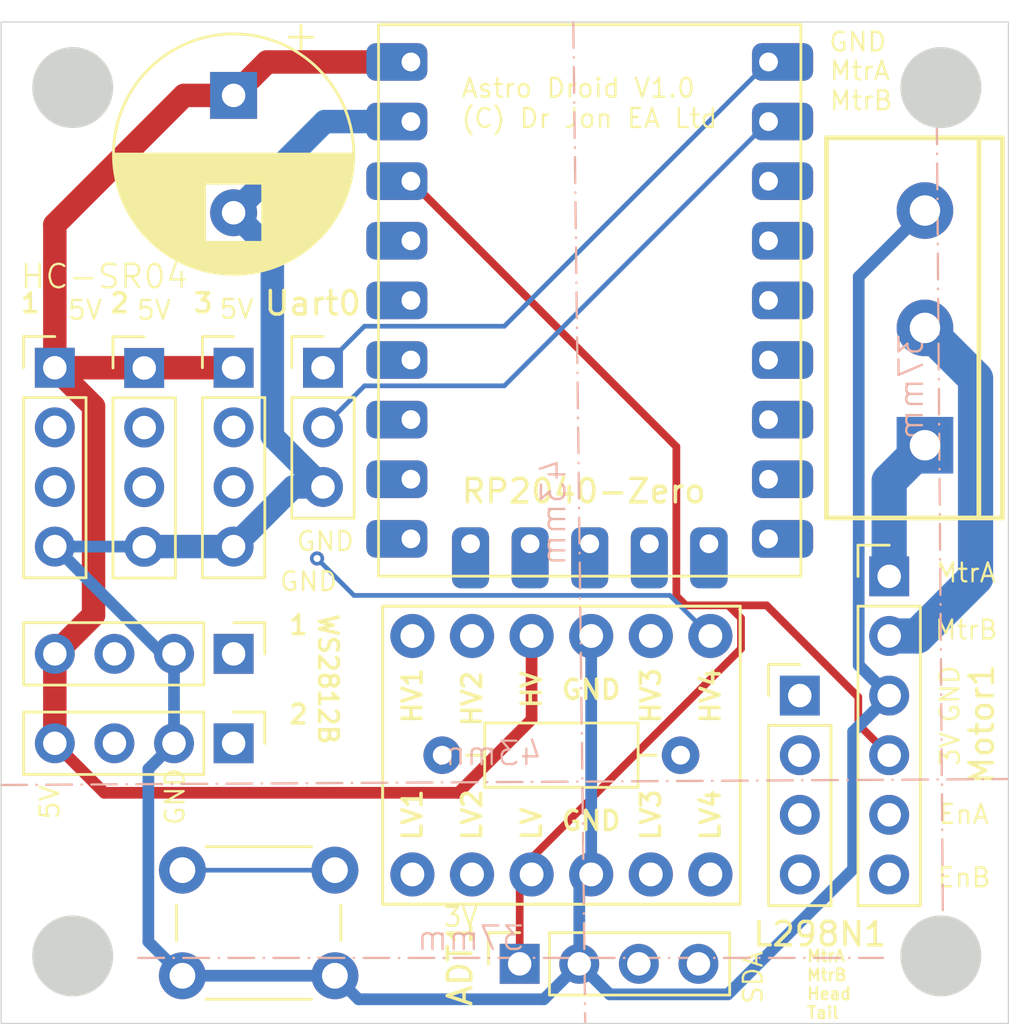
<source format=kicad_pcb>
(kicad_pcb (version 20240108) (generator "pcbnew") (generator_version "8.0")
  (layers (0 "F.Cu" signal) (1 "In1.Cu" signal) (2 "In2.Cu" signal) (31 "B.Cu" signal) (34 "B.Paste" user) (35 "F.Paste" user) (36 "B.SilkS" user "B.Silkscreen") (37 "F.SilkS" user "F.Silkscreen") (38 "B.Mask" user) (39 "F.Mask" user) (44 "Edge.Cuts" user))
  (net 0 "")
  (net 1 "/SDA")
  (net 2 "+3V3")
  (net 3 "/SCL")
  (net 4 "/Echo-3")
  (net 5 "/WS2812B")
  (net 6 "/Echo-1")
  (net 7 "+5V")
  (net 8 "/Echo-HV-3")
  (net 9 "/Echo-2")
  (net 10 "/EncA")
  (net 11 "/EncB")
  (net 12 "GND")
  (net 13 "/Echo-HV-1")
  (net 15 "Net-(J3-TX)")
  (net 16 "Net-(J3-RX)")
  (net 17 "/Taillight")
  (net 18 "/MtrA")
  (net 19 "/Headlight")
  (net 20 "/MtrB")
  (net 21 "Net-(J2-MtrPwrB)")
  (net 22 "Net-(J2-Mtr_PwrA)")
  (net 23 "/sw")
  (net 25 "/Echo-HV-2")
  (net 26 "Net-(B1-HV_TXO_1)")
  (net 27 "/Trigger-1")
  (net 28 "/Trigger-2")
  (net 29 "/Trigger-3")
  (net 30 "Net-(WS2812B-1-In)")
  (net 31 "Net-(WS2812B-1-Out)")
  (net 32 "Net-(WS2812B-2-Out)")
  (footprint "SparkFunBoards:SPARKFUN_LOGIC_LEVEL_CONVERTER" (layer "F.Cu") (at 92.964 84.836 90)
    (property "Reference" "B1" (hide yes))
    (property "Value" "SPARKFUN_LOGIC_LEVEL_CONVERTER" (hide yes))
    (fp_line (start 6.35 -7.62) (end 6.35 7.62) (stroke (width 0.127)) (layer "F.SilkS"))
    (fp_line (start -6.35 -7.62) (end 6.35 -7.62) (stroke (width 0.127)) (layer "F.SilkS"))
    (fp_line (start 6.35 7.62) (end -6.35 7.62) (stroke (width 0.127)) (layer "F.SilkS"))
    (fp_line (start -6.35 7.62) (end -6.35 -7.62) (stroke (width 0.127)) (layer "F.SilkS"))
    (fp_text user "HV3" (at 2.54 3.81 90) (layer "F.SilkS") (effects (font (size 0.8128 0.8128) (thickness 0.1524))))
    (fp_text user "HV1" (at 2.54 -6.35 90) (layer "F.SilkS") (effects (font (size 0.8128 0.8128) (thickness 0.1524))))
    (fp_text user "LV2" (at -2.54 -3.81 90) (layer "F.SilkS") (effects (font (size 0.8128 0.8128) (thickness 0.1524))))
    (fp_text user "HV2" (at 2.413 -3.81 90) (layer "F.SilkS") (effects (font (size 0.8128 0.8128) (thickness 0.1524))))
    (fp_text user "HV4" (at 2.54 6.35 90) (layer "F.SilkS") (effects (font (size 0.8128 0.8128) (thickness 0.1524))))
    (fp_text user "LV1" (at -2.54 -6.35 90) (layer "F.SilkS") (effects (font (size 0.8128 0.8128) (thickness 0.1524))))
    (fp_text user "GND" (at -2.794 1.27 180) (layer "F.SilkS") (effects (font (size 0.8128 0.8128) (thickness 0.1524))))
    (fp_text user "LV" (at -2.921 -1.27 90) (layer "F.SilkS") (effects (font (size 0.8128 0.8128) (thickness 0.1524))))
    (fp_text user "GND" (at 2.794 1.27 180) (layer "F.SilkS") (effects (font (size 0.8128 0.8128) (thickness 0.1524))))
    (fp_text user "LV4" (at -2.54 6.35 90) (layer "F.SilkS") (effects (font (size 0.8128 0.8128) (thickness 0.1524))))
    (fp_text user "LV3" (at -2.54 3.81 90) (layer "F.SilkS") (effects (font (size 0.8128 0.8128) (thickness 0.1524))))
    (fp_text user "HV" (at 2.794 -1.27 90) (layer "F.SilkS") (effects (font (size 0.8128 0.8128) (thickness 0.1524))))
    (pad "GND1" thru_hole circle (at -5.08 1.27 90) (size 1.8796 1.8796) (drill 1.016) (layers "*.Cu" "*.Mask") (net 12 "GND"))
    (pad "GND2" thru_hole circle (at 5.08 1.27 90) (size 1.8796 1.8796) (drill 1.016) (layers "*.Cu" "*.Mask") (net 12 "GND"))
    (pad "HV" thru_hole circle (at 5.08 -1.27 90) (size 1.8796 1.8796) (drill 1.016) (layers "*.Cu" "*.Mask") (net 7 "+5V"))
    (pad "HV1" thru_hole circle (at 5.08 -6.35 90) (size 1.8796 1.8796) (drill 1.016) (layers "*.Cu" "*.Mask") (net 26 "Net-(B1-HV_TXO_1)"))
    (pad "HV2" thru_hole circle (at 5.08 -3.81 90) (size 1.8796 1.8796) (drill 1.016) (layers "*.Cu" "*.Mask") (net 13 "/Echo-HV-1"))
    (pad "HV3" thru_hole circle (at 5.08 3.81 90) (size 1.8796 1.8796) (drill 1.016) (layers "*.Cu" "*.Mask") (net 25 "/Echo-HV-2"))
    (pad "HV4" thru_hole circle (at 5.08 6.35 90) (size 1.8796 1.8796) (drill 1.016) (layers "*.Cu" "*.Mask") (net 8 "/Echo-HV-3"))
    (pad "LV" thru_hole circle (at -5.08 -1.27 90) (size 1.8796 1.8796) (drill 1.016) (layers "*.Cu" "*.Mask") (net 2 "+3V3"))
    (pad "LV1" thru_hole circle (at -5.08 -6.35 90) (size 1.8796 1.8796) (drill 1.016) (layers "*.Cu" "*.Mask") (net 5 "/WS2812B"))
    (pad "LV2" thru_hole circle (at -5.08 -3.81 90) (size 1.8796 1.8796) (drill 1.016) (layers "*.Cu" "*.Mask") (net 6 "/Echo-1"))
    (pad "LV3" thru_hole circle (at -5.08 3.81 90) (size 1.8796 1.8796) (drill 1.016) (layers "*.Cu" "*.Mask") (net 9 "/Echo-2"))
    (pad "LV4" thru_hole circle (at -5.08 6.35 90) (size 1.8796 1.8796) (drill 1.016) (layers "*.Cu" "*.Mask") (net 4 "/Echo-3"))
  )
  (footprint "Connector_PinHeader_2.54mm:PinHeader_1x04_P2.54mm_Vertical" (layer "F.Cu") (at 71.374 68.326)
    (property "Reference" "HCSR04-1" (hide yes))
    (property "Value" "Conn_01x04_Pin" (hide yes))
    (fp_line (start -1.33 -1.33) (end 0 -1.33) (stroke (width 0.12)) (layer "F.SilkS"))
    (fp_line (start -1.33 0) (end -1.33 -1.33) (stroke (width 0.12)) (layer "F.SilkS"))
    (fp_line (start -1.33 1.27) (end -1.33 8.95) (stroke (width 0.12)) (layer "F.SilkS"))
    (fp_line (start -1.33 1.27) (end 1.33 1.27) (stroke (width 0.12)) (layer "F.SilkS"))
    (fp_line (start -1.33 8.95) (end 1.33 8.95) (stroke (width 0.12)) (layer "F.SilkS"))
    (fp_line (start 1.33 1.27) (end 1.33 8.95) (stroke (width 0.12)) (layer "F.SilkS"))
    (pad "1" thru_hole rect (at 0 0) (size 1.7 1.7) (drill 1) (layers "*.Cu" "*.Mask") (net 7 "+5V"))
    (pad "2" thru_hole oval (at 0 2.54) (size 1.7 1.7) (drill 1) (layers "*.Cu" "*.Mask") (net 27 "/Trigger-1"))
    (pad "3" thru_hole oval (at 0 5.08) (size 1.7 1.7) (drill 1) (layers "*.Cu" "*.Mask") (net 13 "/Echo-HV-1"))
    (pad "4" thru_hole oval (at 0 7.62) (size 1.7 1.7) (drill 1) (layers "*.Cu" "*.Mask") (net 12 "GND"))
  )
  (footprint "Connector_PinHeader_2.54mm:PinHeader_1x04_P2.54mm_Vertical" (layer "F.Cu") (at 78.994 80.518 -90)
    (property "Reference" "WS2812B-1" (hide yes))
    (property "Value" "Conn_01x04_Pin" (hide yes))
    (fp_line (start -1.33 8.95) (end 1.33 8.95) (stroke (width 0.12)) (layer "F.SilkS"))
    (fp_line (start -1.33 1.27) (end -1.33 8.95) (stroke (width 0.12)) (layer "F.SilkS"))
    (fp_line (start -1.33 1.27) (end 1.33 1.27) (stroke (width 0.12)) (layer "F.SilkS"))
    (fp_line (start 1.33 1.27) (end 1.33 8.95) (stroke (width 0.12)) (layer "F.SilkS"))
    (fp_line (start -1.33 0) (end -1.33 -1.33) (stroke (width 0.12)) (layer "F.SilkS"))
    (fp_line (start -1.33 -1.33) (end 0 -1.33) (stroke (width 0.12)) (layer "F.SilkS"))
    (pad "1" thru_hole rect (at 0 0 270) (size 1.7 1.7) (drill 1) (layers "*.Cu" "*.Mask") (net 31 "Net-(WS2812B-1-Out)"))
    (pad "2" thru_hole oval (at 0 2.54 270) (size 1.7 1.7) (drill 1) (layers "*.Cu" "*.Mask") (net 12 "GND"))
    (pad "3" thru_hole oval (at 0 5.08 270) (size 1.7 1.7) (drill 1) (layers "*.Cu" "*.Mask") (net 30 "Net-(WS2812B-1-In)"))
    (pad "4" thru_hole oval (at 0 7.62 270) (size 1.7 1.7) (drill 1) (layers "*.Cu" "*.Mask") (net 7 "+5V"))
  )
  (footprint "Connector_PinHeader_2.54mm:PinHeader_1x04_P2.54mm_Vertical" (layer "F.Cu") (at 78.994 68.326)
    (property "Reference" "HCSR04-3" (hide yes))
    (property "Value" "Conn_01x04_Pin" (hide yes))
    (fp_line (start -1.33 -1.33) (end 0 -1.33) (stroke (width 0.12)) (layer "F.SilkS"))
    (fp_line (start -1.33 0) (end -1.33 -1.33) (stroke (width 0.12)) (layer "F.SilkS"))
    (fp_line (start -1.33 1.27) (end -1.33 8.95) (stroke (width 0.12)) (layer "F.SilkS"))
    (fp_line (start -1.33 1.27) (end 1.33 1.27) (stroke (width 0.12)) (layer "F.SilkS"))
    (fp_line (start -1.33 8.95) (end 1.33 8.95) (stroke (width 0.12)) (layer "F.SilkS"))
    (fp_line (start 1.33 1.27) (end 1.33 8.95) (stroke (width 0.12)) (layer "F.SilkS"))
    (pad "1" thru_hole rect (at 0 0) (size 1.7 1.7) (drill 1) (layers "*.Cu" "*.Mask") (net 7 "+5V"))
    (pad "2" thru_hole oval (at 0 2.54) (size 1.7 1.7) (drill 1) (layers "*.Cu" "*.Mask") (net 29 "/Trigger-3"))
    (pad "3" thru_hole oval (at 0 5.08) (size 1.7 1.7) (drill 1) (layers "*.Cu" "*.Mask") (net 8 "/Echo-HV-3"))
    (pad "4" thru_hole oval (at 0 7.62) (size 1.7 1.7) (drill 1) (layers "*.Cu" "*.Mask") (net 12 "GND"))
  )
  (footprint "Connector_PinHeader_2.54mm:PinHeader_1x04_P2.54mm_Vertical" (layer "F.Cu") (at 78.994 84.328 -90)
    (property "Reference" "WS2812B-2" (hide yes))
    (property "Value" "Conn_01x04_Pin" (hide yes))
    (fp_line (start -1.33 8.95) (end 1.33 8.95) (stroke (width 0.12)) (layer "F.SilkS"))
    (fp_line (start -1.33 1.27) (end -1.33 8.95) (stroke (width 0.12)) (layer "F.SilkS"))
    (fp_line (start -1.33 1.27) (end 1.33 1.27) (stroke (width 0.12)) (layer "F.SilkS"))
    (fp_line (start 1.33 1.27) (end 1.33 8.95) (stroke (width 0.12)) (layer "F.SilkS"))
    (fp_line (start -1.33 0) (end -1.33 -1.33) (stroke (width 0.12)) (layer "F.SilkS"))
    (fp_line (start -1.33 -1.33) (end 0 -1.33) (stroke (width 0.12)) (layer "F.SilkS"))
    (pad "1" thru_hole rect (at 0 0 270) (size 1.7 1.7) (drill 1) (layers "*.Cu" "*.Mask") (net 32 "Net-(WS2812B-2-Out)"))
    (pad "2" thru_hole oval (at 0 2.54 270) (size 1.7 1.7) (drill 1) (layers "*.Cu" "*.Mask") (net 12 "GND"))
    (pad "3" thru_hole oval (at 0 5.08 270) (size 1.7 1.7) (drill 1) (layers "*.Cu" "*.Mask") (net 31 "Net-(WS2812B-1-Out)"))
    (pad "4" thru_hole oval (at 0 7.62 270) (size 1.7 1.7) (drill 1) (layers "*.Cu" "*.Mask") (net 7 "+5V"))
  )
  (footprint "Connector_PinHeader_2.54mm:PinHeader_1x04_P2.54mm_Vertical" (layer "F.Cu") (at 75.184 68.336)
    (property "Reference" "HCSR04-2" (hide yes))
    (property "Value" "Conn_01x04_Pin" (hide yes))
    (fp_line (start -1.33 -1.33) (end 0 -1.33) (stroke (width 0.12)) (layer "F.SilkS"))
    (fp_line (start -1.33 0) (end -1.33 -1.33) (stroke (width 0.12)) (layer "F.SilkS"))
    (fp_line (start -1.33 1.27) (end -1.33 8.95) (stroke (width 0.12)) (layer "F.SilkS"))
    (fp_line (start -1.33 1.27) (end 1.33 1.27) (stroke (width 0.12)) (layer "F.SilkS"))
    (fp_line (start -1.33 8.95) (end 1.33 8.95) (stroke (width 0.12)) (layer "F.SilkS"))
    (fp_line (start 1.33 1.27) (end 1.33 8.95) (stroke (width 0.12)) (layer "F.SilkS"))
    (pad "1" thru_hole rect (at 0 0) (size 1.7 1.7) (drill 1) (layers "*.Cu" "*.Mask") (net 7 "+5V"))
    (pad "2" thru_hole oval (at 0 2.54) (size 1.7 1.7) (drill 1) (layers "*.Cu" "*.Mask") (net 28 "/Trigger-2"))
    (pad "3" thru_hole oval (at 0 5.08) (size 1.7 1.7) (drill 1) (layers "*.Cu" "*.Mask") (net 25 "/Echo-HV-2"))
    (pad "4" thru_hole oval (at 0 7.62) (size 1.7 1.7) (drill 1) (layers "*.Cu" "*.Mask") (net 12 "GND"))
  )
  (footprint "SparkFunConnectors:SCREWTERMINAL-5MM-3" (layer "F.Cu") (at 108.458 71.628 90)
    (property "Reference" "J2" (hide yes))
    (property "Value" "Screw_Terminal_01x03" (hide yes))
    (fp_line (start 13.09878 -4.19862) (end 13.09878 2.2987) (stroke (width 0.2032)) (layer "F.SilkS"))
    (fp_line (start -3.0988 -4.19862) (end 13.09878 -4.19862) (stroke (width 0.2032)) (layer "F.SilkS"))
    (fp_line (start 13.09878 2.2987) (end -3.0988 2.2987) (stroke (width 0.2032)) (layer "F.SilkS"))
    (fp_line (start 13.09878 2.2987) (end 13.09878 3.29946) (stroke (width 0.2032)) (layer "F.SilkS"))
    (fp_line (start -3.0988 2.2987) (end -3.0988 -4.19862) (stroke (width 0.2032)) (layer "F.SilkS"))
    (fp_line (start 13.09878 3.29946) (end -3.0988 3.29946) (stroke (width 0.2032)) (layer "F.SilkS"))
    (fp_line (start -3.0988 3.29946) (end -3.0988 2.2987) (stroke (width 0.2032)) (layer "F.SilkS"))
    (pad "1" thru_hole rect (at 0 0 90) (size 2.413 2.413) (drill 1.29794) (layers "*.Cu" "*.Mask") (net 22 "Net-(J2-Mtr_PwrA)"))
    (pad "2" thru_hole circle (at 4.99872 0 90) (size 2.413 2.413) (drill 1.29794) (layers "*.Cu" "*.Mask") (net 21 "Net-(J2-MtrPwrB)"))
    (pad "3" thru_hole circle (at 9.99998 0 90) (size 2.413 2.413) (drill 1.29794) (layers "*.Cu" "*.Mask") (net 12 "GND"))
  )
  (footprint "Connector_PinHeader_2.54mm:PinHeader_1x04_P2.54mm_Vertical" (layer "F.Cu") (at 103.124 82.296)
    (property "Reference" "L298N1" (at 0.856 10.164 180) (layer "F.SilkS"))
    (property "Value" "Conn_01x04_Pin" (hide yes))
    (fp_line (start -1.33 -1.33) (end 0 -1.33) (stroke (width 0.12)) (layer "F.SilkS"))
    (fp_line (start -1.33 0) (end -1.33 -1.33) (stroke (width 0.12)) (layer "F.SilkS"))
    (fp_line (start -1.33 1.27) (end -1.33 8.95) (stroke (width 0.12)) (layer "F.SilkS"))
    (fp_line (start -1.33 1.27) (end 1.33 1.27) (stroke (width 0.12)) (layer "F.SilkS"))
    (fp_line (start -1.33 8.95) (end 1.33 8.95) (stroke (width 0.12)) (layer "F.SilkS"))
    (fp_line (start 1.33 1.27) (end 1.33 8.95) (stroke (width 0.12)) (layer "F.SilkS"))
    (pad "1" thru_hole rect (at 0 0) (size 1.7 1.7) (drill 1) (layers "*.Cu" "*.Mask") (net 18 "/MtrA"))
    (pad "2" thru_hole oval (at 0 2.54) (size 1.7 1.7) (drill 1) (layers "*.Cu" "*.Mask") (net 20 "/MtrB"))
    (pad "3" thru_hole oval (at 0 5.08) (size 1.7 1.7) (drill 1) (layers "*.Cu" "*.Mask") (net 19 "/Headlight"))
    (pad "4" thru_hole oval (at 0 7.62) (size 1.7 1.7) (drill 1) (layers "*.Cu" "*.Mask") (net 17 "/Taillight"))
  )
  (footprint "Capacitor_THT:CP_Radial_D10.0mm_P5.00mm" (layer "F.Cu") (at 78.994 56.722 -90)
    (property "Reference" "C1" (hide yes))
    (property "Value" "470uF")
    (fp_line (start 3.781 1.241) (end 3.781 4.918) (stroke (width 0.12)) (layer "F.SilkS"))
    (fp_line (start 3.821 1.241) (end 3.821 4.907) (stroke (width 0.12)) (layer "F.SilkS"))
    (fp_line (start 3.861 1.241) (end 3.861 4.897) (stroke (width 0.12)) (layer "F.SilkS"))
    (fp_line (start 3.901 1.241) (end 3.901 4.885) (stroke (width 0.12)) (layer "F.SilkS"))
    (fp_line (start 3.941 1.241) (end 3.941 4.874) (stroke (width 0.12)) (layer "F.SilkS"))
    (fp_line (start 3.981 1.241) (end 3.981 4.862) (stroke (width 0.12)) (layer "F.SilkS"))
    (fp_line (start 4.021 1.241) (end 4.021 4.85) (stroke (width 0.12)) (layer "F.SilkS"))
    (fp_line (start 4.061 1.241) (end 4.061 4.837) (stroke (width 0.12)) (layer "F.SilkS"))
    (fp_line (start 4.101 1.241) (end 4.101 4.824) (stroke (width 0.12)) (layer "F.SilkS"))
    (fp_line (start 4.141 1.241) (end 4.141 4.811) (stroke (width 0.12)) (layer "F.SilkS"))
    (fp_line (start 4.181 1.241) (end 4.181 4.797) (stroke (width 0.12)) (layer "F.SilkS"))
    (fp_line (start 4.221 1.241) (end 4.221 4.783) (stroke (width 0.12)) (layer "F.SilkS"))
    (fp_line (start 4.261 1.241) (end 4.261 4.768) (stroke (width 0.12)) (layer "F.SilkS"))
    (fp_line (start 4.301 1.241) (end 4.301 4.754) (stroke (width 0.12)) (layer "F.SilkS"))
    (fp_line (start 4.341 1.241) (end 4.341 4.738) (stroke (width 0.12)) (layer "F.SilkS"))
    (fp_line (start 4.381 1.241) (end 4.381 4.723) (stroke (width 0.12)) (layer "F.SilkS"))
    (fp_line (start 4.421 1.241) (end 4.421 4.707) (stroke (width 0.12)) (layer "F.SilkS"))
    (fp_line (start 4.461 1.241) (end 4.461 4.69) (stroke (width 0.12)) (layer "F.SilkS"))
    (fp_line (start 4.501 1.241) (end 4.501 4.674) (stroke (width 0.12)) (layer "F.SilkS"))
    (fp_line (start 4.541 1.241) (end 4.541 4.657) (stroke (width 0.12)) (layer "F.SilkS"))
    (fp_line (start 4.581 1.241) (end 4.581 4.639) (stroke (width 0.12)) (layer "F.SilkS"))
    (fp_line (start 4.621 1.241) (end 4.621 4.621) (stroke (width 0.12)) (layer "F.SilkS"))
    (fp_line (start 4.661 1.241) (end 4.661 4.603) (stroke (width 0.12)) (layer "F.SilkS"))
    (fp_line (start 4.701 1.241) (end 4.701 4.584) (stroke (width 0.12)) (layer "F.SilkS"))
    (fp_line (start 4.741 1.241) (end 4.741 4.564) (stroke (width 0.12)) (layer "F.SilkS"))
    (fp_line (start 4.781 1.241) (end 4.781 4.545) (stroke (width 0.12)) (layer "F.SilkS"))
    (fp_line (start 4.821 1.241) (end 4.821 4.525) (stroke (width 0.12)) (layer "F.SilkS"))
    (fp_line (start 4.861 1.241) (end 4.861 4.504) (stroke (width 0.12)) (layer "F.SilkS"))
    (fp_line (start 4.901 1.241) (end 4.901 4.483) (stroke (width 0.12)) (layer "F.SilkS"))
    (fp_line (start 4.941 1.241) (end 4.941 4.462) (stroke (width 0.12)) (layer "F.SilkS"))
    (fp_line (start 4.981 1.241) (end 4.981 4.44) (stroke (width 0.12)) (layer "F.SilkS"))
    (fp_line (start 5.021 1.241) (end 5.021 4.417) (stroke (width 0.12)) (layer "F.SilkS"))
    (fp_line (start 5.061 1.241) (end 5.061 4.395) (stroke (width 0.12)) (layer "F.SilkS"))
    (fp_line (start 5.101 1.241) (end 5.101 4.371) (stroke (width 0.12)) (layer "F.SilkS"))
    (fp_line (start 5.141 1.241) (end 5.141 4.347) (stroke (width 0.12)) (layer "F.SilkS"))
    (fp_line (start 5.181 1.241) (end 5.181 4.323) (stroke (width 0.12)) (layer "F.SilkS"))
    (fp_line (start 5.221 1.241) (end 5.221 4.298) (stroke (width 0.12)) (layer "F.SilkS"))
    (fp_line (start 5.261 1.241) (end 5.261 4.273) (stroke (width 0.12)) (layer "F.SilkS"))
    (fp_line (start 5.301 1.241) (end 5.301 4.247) (stroke (width 0.12)) (layer "F.SilkS"))
    (fp_line (start 5.341 1.241) (end 5.341 4.221) (stroke (width 0.12)) (layer "F.SilkS"))
    (fp_line (start 5.381 1.241) (end 5.381 4.194) (stroke (width 0.12)) (layer "F.SilkS"))
    (fp_line (start 5.421 1.241) (end 5.421 4.166) (stroke (width 0.12)) (layer "F.SilkS"))
    (fp_line (start 5.461 1.241) (end 5.461 4.138) (stroke (width 0.12)) (layer "F.SilkS"))
    (fp_line (start 5.501 1.241) (end 5.501 4.11) (stroke (width 0.12)) (layer "F.SilkS"))
    (fp_line (start 5.541 1.241) (end 5.541 4.08) (stroke (width 0.12)) (layer "F.SilkS"))
    (fp_line (start 5.581 1.241) (end 5.581 4.05) (stroke (width 0.12)) (layer "F.SilkS"))
    (fp_line (start 5.621 1.241) (end 5.621 4.02) (stroke (width 0.12)) (layer "F.SilkS"))
    (fp_line (start 5.661 1.241) (end 5.661 3.989) (stroke (width 0.12)) (layer "F.SilkS"))
    (fp_line (start 5.701 1.241) (end 5.701 3.957) (stroke (width 0.12)) (layer "F.SilkS"))
    (fp_line (start 5.741 1.241) (end 5.741 3.925) (stroke (width 0.12)) (layer "F.SilkS"))
    (fp_line (start 5.781 1.241) (end 5.781 3.892) (stroke (width 0.12)) (layer "F.SilkS"))
    (fp_line (start 5.821 1.241) (end 5.821 3.858) (stroke (width 0.12)) (layer "F.SilkS"))
    (fp_line (start 5.861 1.241) (end 5.861 3.824) (stroke (width 0.12)) (layer "F.SilkS"))
    (fp_line (start 5.901 1.241) (end 5.901 3.789) (stroke (width 0.12)) (layer "F.SilkS"))
    (fp_line (start 5.941 1.241) (end 5.941 3.753) (stroke (width 0.12)) (layer "F.SilkS"))
    (fp_line (start 5.981 1.241) (end 5.981 3.716) (stroke (width 0.12)) (layer "F.SilkS"))
    (fp_line (start 6.021 1.241) (end 6.021 3.679) (stroke (width 0.12)) (layer "F.SilkS"))
    (fp_line (start 6.061 1.241) (end 6.061 3.64) (stroke (width 0.12)) (layer "F.SilkS"))
    (fp_line (start 6.101 1.241) (end 6.101 3.601) (stroke (width 0.12)) (layer "F.SilkS"))
    (fp_line (start 6.141 1.241) (end 6.141 3.561) (stroke (width 0.12)) (layer "F.SilkS"))
    (fp_line (start 6.181 1.241) (end 6.181 3.52) (stroke (width 0.12)) (layer "F.SilkS"))
    (fp_line (start 6.221 1.241) (end 6.221 3.478) (stroke (width 0.12)) (layer "F.SilkS"))
    (fp_line (start 7.581 -0.599) (end 7.581 0.599) (stroke (width 0.12)) (layer "F.SilkS"))
    (fp_line (start 7.541 -0.862) (end 7.541 0.862) (stroke (width 0.12)) (layer "F.SilkS"))
    (fp_line (start 7.501 -1.062) (end 7.501 1.062) (stroke (width 0.12)) (layer "F.SilkS"))
    (fp_line (start 7.461 -1.23) (end 7.461 1.23) (stroke (width 0.12)) (layer "F.SilkS"))
    (fp_line (start 7.421 -1.378) (end 7.421 1.378) (stroke (width 0.12)) (layer "F.SilkS"))
    (fp_line (start 7.381 -1.51) (end 7.381 1.51) (stroke (width 0.12)) (layer "F.SilkS"))
    (fp_line (start 7.341 -1.63) (end 7.341 1.63) (stroke (width 0.12)) (layer "F.SilkS"))
    (fp_line (start 7.301 -1.742) (end 7.301 1.742) (stroke (width 0.12)) (layer "F.SilkS"))
    (fp_line (start 7.261 -1.846) (end 7.261 1.846) (stroke (width 0.12)) (layer "F.SilkS"))
    (fp_line (start 7.221 -1.944) (end 7.221 1.944) (stroke (width 0.12)) (layer "F.SilkS"))
    (fp_line (start 7.181 -2.037) (end 7.181 2.037) (stroke (width 0.12)) (layer "F.SilkS"))
    (fp_line (start 7.141 -2.125) (end 7.141 2.125) (stroke (width 0.12)) (layer "F.SilkS"))
    (fp_line (start 7.101 -2.209) (end 7.101 2.209) (stroke (width 0.12)) (layer "F.SilkS"))
    (fp_line (start 7.061 -2.289) (end 7.061 2.289) (stroke (width 0.12)) (layer "F.SilkS"))
    (fp_line (start 7.021 -2.365) (end 7.021 2.365) (stroke (width 0.12)) (layer "F.SilkS"))
    (fp_line (start 6.981 -2.439) (end 6.981 2.439) (stroke (width 0.12)) (layer "F.SilkS"))
    (fp_line (start 6.941 -2.51) (end 6.941 2.51) (stroke (width 0.12)) (layer "F.SilkS"))
    (fp_line (start 6.901 -2.579) (end 6.901 2.579) (stroke (width 0.12)) (layer "F.SilkS"))
    (fp_line (start 6.861 -2.645) (end 6.861 2.645) (stroke (width 0.12)) (layer "F.SilkS"))
    (fp_line (start 6.821 -2.709) (end 6.821 2.709) (stroke (width 0.12)) (layer "F.SilkS"))
    (fp_line (start 6.781 -2.77) (end 6.781 2.77) (stroke (width 0.12)) (layer "F.SilkS"))
    (fp_line (start 6.741 -2.83) (end 6.741 2.83) (stroke (width 0.12)) (layer "F.SilkS"))
    (fp_line (start -2.979646 -2.875) (end -1.979646 -2.875) (stroke (width 0.12)) (layer "F.SilkS"))
    (fp_line (start 6.701 -2.889) (end 6.701 2.889) (stroke (width 0.12)) (layer "F.SilkS"))
    (fp_line (start 6.661 -2.945) (end 6.661 2.945) (stroke (width 0.12)) (layer "F.SilkS"))
    (fp_line (start 6.621 -3) (end 6.621 3) (stroke (width 0.12)) (layer "F.SilkS"))
    (fp_line (start 6.581 -3.054) (end 6.581 3.054) (stroke (width 0.12)) (layer "F.SilkS"))
    (fp_line (start 6.541 -3.106) (end 6.541 3.106) (stroke (width 0.12)) (layer "F.SilkS"))
    (fp_line (start 6.501 -3.156) (end 6.501 3.156) (stroke (width 0.12)) (layer "F.SilkS"))
    (fp_line (start 6.461 -3.206) (end 6.461 3.206) (stroke (width 0.12)) (layer "F.SilkS"))
    (fp_line (start 6.421 -3.254) (end 6.421 3.254) (stroke (width 0.12)) (layer "F.SilkS"))
    (fp_line (start 6.381 -3.301) (end 6.381 3.301) (stroke (width 0.12)) (layer "F.SilkS"))
    (fp_line (start 6.341 -3.347) (end 6.341 3.347) (stroke (width 0.12)) (layer "F.SilkS"))
    (fp_line (start -2.479646 -3.375) (end -2.479646 -2.375) (stroke (width 0.12)) (layer "F.SilkS"))
    (fp_line (start 6.301 -3.392) (end 6.301 3.392) (stroke (width 0.12)) (layer "F.SilkS"))
    (fp_line (start 6.261 -3.436) (end 6.261 3.436) (stroke (width 0.12)) (layer "F.SilkS"))
    (fp_line (start 6.221 -3.478) (end 6.221 -1.241) (stroke (width 0.12)) (layer "F.SilkS"))
    (fp_line (start 6.181 -3.52) (end 6.181 -1.241) (stroke (width 0.12)) (layer "F.SilkS"))
    (fp_line (start 6.141 -3.561) (end 6.141 -1.241) (stroke (width 0.12)) (layer "F.SilkS"))
    (fp_line (start 6.101 -3.601) (end 6.101 -1.241) (stroke (width 0.12)) (layer "F.SilkS"))
    (fp_line (start 6.061 -3.64) (end 6.061 -1.241) (stroke (width 0.12)) (layer "F.SilkS"))
    (fp_line (start 6.021 -3.679) (end 6.021 -1.241) (stroke (width 0.12)) (layer "F.SilkS"))
    (fp_line (start 5.981 -3.716) (end 5.981 -1.241) (stroke (width 0.12)) (layer "F.SilkS"))
    (fp_line (start 5.941 -3.753) (end 5.941 -1.241) (stroke (width 0.12)) (layer "F.SilkS"))
    (fp_line (start 5.901 -3.789) (end 5.901 -1.241) (stroke (width 0.12)) (layer "F.SilkS"))
    (fp_line (start 5.861 -3.824) (end 5.861 -1.241) (stroke (width 0.12)) (layer "F.SilkS"))
    (fp_line (start 5.821 -3.858) (end 5.821 -1.241) (stroke (width 0.12)) (layer "F.SilkS"))
    (fp_line (start 5.781 -3.892) (end 5.781 -1.241) (stroke (width 0.12)) (layer "F.SilkS"))
    (fp_line (start 5.741 -3.925) (end 5.741 -1.241) (stroke (width 0.12)) (layer "F.SilkS"))
    (fp_line (start 5.701 -3.957) (end 5.701 -1.241) (stroke (width 0.12)) (layer "F.SilkS"))
    (fp_line (start 5.661 -3.989) (end 5.661 -1.241) (stroke (width 0.12)) (layer "F.SilkS"))
    (fp_line (start 5.621 -4.02) (end 5.621 -1.241) (stroke (width 0.12)) (layer "F.SilkS"))
    (fp_line (start 5.581 -4.05) (end 5.581 -1.241) (stroke (width 0.12)) (layer "F.SilkS"))
    (fp_line (start 5.541 -4.08) (end 5.541 -1.241) (stroke (width 0.12)) (layer "F.SilkS"))
    (fp_line (start 5.501 -4.11) (end 5.501 -1.241) (stroke (width 0.12)) (layer "F.SilkS"))
    (fp_line (start 5.461 -4.138) (end 5.461 -1.241) (stroke (width 0.12)) (layer "F.SilkS"))
    (fp_line (start 5.421 -4.166) (end 5.421 -1.241) (stroke (width 0.12)) (layer "F.SilkS"))
    (fp_line (start 5.381 -4.194) (end 5.381 -1.241) (stroke (width 0.12)) (layer "F.SilkS"))
    (fp_line (start 5.341 -4.221) (end 5.341 -1.241) (stroke (width 0.12)) (layer "F.SilkS"))
    (fp_line (start 5.301 -4.247) (end 5.301 -1.241) (stroke (width 0.12)) (layer "F.SilkS"))
    (fp_line (start 5.261 -4.273) (end 5.261 -1.241) (stroke (width 0.12)) (layer "F.SilkS"))
    (fp_line (start 5.221 -4.298) (end 5.221 -1.241) (stroke (width 0.12)) (layer "F.SilkS"))
    (fp_line (start 5.181 -4.323) (end 5.181 -1.241) (stroke (width 0.12)) (layer "F.SilkS"))
    (fp_line (start 5.141 -4.347) (end 5.141 -1.241) (stroke (width 0.12)) (layer "F.SilkS"))
    (fp_line (start 5.101 -4.371) (end 5.101 -1.241) (stroke (width 0.12)) (layer "F.SilkS"))
    (fp_line (start 5.061 -4.395) (end 5.061 -1.241) (stroke (width 0.12)) (layer "F.SilkS"))
    (fp_line (start 5.021 -4.417) (end 5.021 -1.241) (stroke (width 0.12)) (layer "F.SilkS"))
    (fp_line (start 4.981 -4.44) (end 4.981 -1.241) (stroke (width 0.12)) (layer "F.SilkS"))
    (fp_line (start 4.941 -4.462) (end 4.941 -1.241) (stroke (width 0.12)) (layer "F.SilkS"))
    (fp_line (start 4.901 -4.483) (end 4.901 -1.241) (stroke (width 0.12)) (layer "F.SilkS"))
    (fp_line (start 4.861 -4.504) (end 4.861 -1.241) (stroke (width 0.12)) (layer "F.SilkS"))
    (fp_line (start 4.821 -4.525) (end 4.821 -1.241) (stroke (width 0.12)) (layer "F.SilkS"))
    (fp_line (start 4.781 -4.545) (end 4.781 -1.241) (stroke (width 0.12)) (layer "F.SilkS"))
    (fp_line (start 4.741 -4.564) (end 4.741 -1.241) (stroke (width 0.12)) (layer "F.SilkS"))
    (fp_line (start 4.701 -4.584) (end 4.701 -1.241) (stroke (width 0.12)) (layer "F.SilkS"))
    (fp_line (start 4.661 -4.603) (end 4.661 -1.241) (stroke (width 0.12)) (layer "F.SilkS"))
    (fp_line (start 4.621 -4.621) (end 4.621 -1.241) (stroke (width 0.12)) (layer "F.SilkS"))
    (fp_line (start 4.581 -4.639) (end 4.581 -1.241) (stroke (width 0.12)) (layer "F.SilkS"))
    (fp_line (start 4.541 -4.657) (end 4.541 -1.241) (stroke (width 0.12)) (layer "F.SilkS"))
    (fp_line (start 4.501 -4.674) (end 4.501 -1.241) (stroke (width 0.12)) (layer "F.SilkS"))
    (fp_line (start 4.461 -4.69) (end 4.461 -1.241) (stroke (width 0.12)) (layer "F.SilkS"))
    (fp_line (start 4.421 -4.707) (end 4.421 -1.241) (stroke (width 0.12)) (layer "F.SilkS"))
    (fp_line (start 4.381 -4.723) (end 4.381 -1.241) (stroke (width 0.12)) (layer "F.SilkS"))
    (fp_line (start 4.341 -4.738) (end 4.341 -1.241) (stroke (width 0.12)) (layer "F.SilkS"))
    (fp_line (start 4.301 -4.754) (end 4.301 -1.241) (stroke (width 0.12)) (layer "F.SilkS"))
    (fp_line (start 4.261 -4.768) (end 4.261 -1.241) (stroke (width 0.12)) (layer "F.SilkS"))
    (fp_line (start 4.221 -4.783) (end 4.221 -1.241) (stroke (width 0.12)) (layer "F.SilkS"))
    (fp_line (start 4.181 -4.797) (end 4.181 -1.241) (stroke (width 0.12)) (layer "F.SilkS"))
    (fp_line (start 4.141 -4.811) (end 4.141 -1.241) (stroke (width 0.12)) (layer "F.SilkS"))
    (fp_line (start 4.101 -4.824) (end 4.101 -1.241) (stroke (width 0.12)) (layer "F.SilkS"))
    (fp_line (start 4.061 -4.837) (end 4.061 -1.241) (stroke (width 0.12)) (layer "F.SilkS"))
    (fp_line (start 4.021 -4.85) (end 4.021 -1.241) (stroke (width 0.12)) (layer "F.SilkS"))
    (fp_line (start 3.981 -4.862) (end 3.981 -1.241) (stroke (width 0.12)) (layer "F.SilkS"))
    (fp_line (start 3.941 -4.874) (end 3.941 -1.241) (stroke (width 0.12)) (layer "F.SilkS"))
    (fp_line (start 3.901 -4.885) (end 3.901 -1.241) (stroke (width 0.12)) (layer "F.SilkS"))
    (fp_line (start 3.861 -4.897) (end 3.861 -1.241) (stroke (width 0.12)) (layer "F.SilkS"))
    (fp_line (start 3.821 -4.907) (end 3.821 -1.241) (stroke (width 0.12)) (layer "F.SilkS"))
    (fp_line (start 3.781 -4.918) (end 3.781 -1.241) (stroke (width 0.12)) (layer "F.SilkS"))
    (fp_line (start 3.741 -4.928) (end 3.741 4.928) (stroke (width 0.12)) (layer "F.SilkS"))
    (fp_line (start 3.701 -4.938) (end 3.701 4.938) (stroke (width 0.12)) (layer "F.SilkS"))
    (fp_line (start 3.661 -4.947) (end 3.661 4.947) (stroke (width 0.12)) (layer "F.SilkS"))
    (fp_line (start 3.621 -4.956) (end 3.621 4.956) (stroke (width 0.12)) (layer "F.SilkS"))
    (fp_line (start 3.581 -4.965) (end 3.581 4.965) (stroke (width 0.12)) (layer "F.SilkS"))
    (fp_line (start 3.541 -4.974) (end 3.541 4.974) (stroke (width 0.12)) (layer "F.SilkS"))
    (fp_line (start 3.501 -4.982) (end 3.501 4.982) (stroke (width 0.12)) (layer "F.SilkS"))
    (fp_line (start 3.461 -4.99) (end 3.461 4.99) (stroke (width 0.12)) (layer "F.SilkS"))
    (fp_line (start 3.421 -4.997) (end 3.421 4.997) (stroke (width 0.12)) (layer "F.SilkS"))
    (fp_line (start 3.381 -5.004) (end 3.381 5.004) (stroke (width 0.12)) (layer "F.SilkS"))
    (fp_line (start 3.341 -5.011) (end 3.341 5.011) (stroke (width 0.12)) (layer "F.SilkS"))
    (fp_line (start 3.301 -5.018) (end 3.301 5.018) (stroke (width 0.12)) (layer "F.SilkS"))
    (fp_line (start 3.261 -5.024) (end 3.261 5.024) (stroke (width 0.12)) (layer "F.SilkS"))
    (fp_line (start 3.221 -5.03) (end 3.221 5.03) (stroke (width 0.12)) (layer "F.SilkS"))
    (fp_line (start 3.18 -5.035) (end 3.18 5.035) (stroke (width 0.12)) (layer "F.SilkS"))
    (fp_line (start 3.14 -5.04) (end 3.14 5.04) (stroke (width 0.12)) (layer "F.SilkS"))
    (fp_line (start 3.1 -5.045) (end 3.1 5.045) (stroke (width 0.12)) (layer "F.SilkS"))
    (fp_line (start 3.06 -5.05) (end 3.06 5.05) (stroke (width 0.12)) (layer "F.SilkS"))
    (fp_line (start 3.02 -5.054) (end 3.02 5.054) (stroke (width 0.12)) (layer "F.SilkS"))
    (fp_line (start 2.98 -5.058) (end 2.98 5.058) (stroke (width 0.12)) (layer "F.SilkS"))
    (fp_line (start 2.94 -5.062) (end 2.94 5.062) (stroke (width 0.12)) (layer "F.SilkS"))
    (fp_line (start 2.9 -5.065) (end 2.9 5.065) (stroke (width 0.12)) (layer "F.SilkS"))
    (fp_line (start 2.86 -5.068) (end 2.86 5.068) (stroke (width 0.12)) (layer "F.SilkS"))
    (fp_line (start 2.82 -5.07) (end 2.82 5.07) (stroke (width 0.12)) (layer "F.SilkS"))
    (fp_line (start 2.78 -5.073) (end 2.78 5.073) (stroke (width 0.12)) (layer "F.SilkS"))
    (fp_line (start 2.74 -5.075) (end 2.74 5.075) (stroke (width 0.12)) (layer "F.SilkS"))
    (fp_line (start 2.7 -5.077) (end 2.7 5.077) (stroke (width 0.12)) (layer "F.SilkS"))
    (fp_line (start 2.66 -5.078) (end 2.66 5.078) (stroke (width 0.12)) (layer "F.SilkS"))
    (fp_line (start 2.62 -5.079) (end 2.62 5.079) (stroke (width 0.12)) (layer "F.SilkS"))
    (fp_line (start 2.5 -5.08) (end 2.5 5.08) (stroke (width 0.12)) (layer "F.SilkS"))
    (fp_line (start 2.54 -5.08) (end 2.54 5.08) (stroke (width 0.12)) (layer "F.SilkS"))
    (fp_line (start 2.58 -5.08) (end 2.58 5.08) (stroke (width 0.12)) (layer "F.SilkS"))
    (fp_circle (center 2.5 0) (end 7.62 0) (stroke (width 0.12)) (fill none) (layer "F.SilkS"))
    (pad "1" thru_hole rect (at 0 0 270) (size 2 2) (drill 1) (layers "*.Cu" "*.Mask") (net 7 "+5V"))
    (pad "2" thru_hole circle (at 5 0 270) (size 2 2) (drill 1) (layers "*.Cu" "*.Mask") (net 12 "GND"))
  )
  (footprint "Connector_PinSocket_2.54mm:PinSocket_1x04_P2.54mm_Vertical" (layer "F.Cu") (at 91.186 93.726 90)
    (property "Reference" "ADT1" (at 0 -2.54 90) (layer "F.SilkS"))
    (property "Value" "Conn_01x04_Socket" (hide yes))
    (fp_line (start 1.33 -1.33) (end 1.33 0) (stroke (width 0.12)) (layer "F.SilkS"))
    (fp_line (start 0 -1.33) (end 1.33 -1.33) (stroke (width 0.12)) (layer "F.SilkS"))
    (fp_line (start 1.33 1.27) (end 1.33 8.95) (stroke (width 0.12)) (layer "F.SilkS"))
    (fp_line (start -1.33 1.27) (end 1.33 1.27) (stroke (width 0.12)) (layer "F.SilkS"))
    (fp_line (start -1.33 1.27) (end -1.33 8.95) (stroke (width 0.12)) (layer "F.SilkS"))
    (fp_line (start -1.33 8.95) (end 1.33 8.95) (stroke (width 0.12)) (layer "F.SilkS"))
    (pad "1" thru_hole rect (at 0 0 90) (size 1.7 1.7) (drill 1) (layers "*.Cu" "*.Mask") (net 2 "+3V3"))
    (pad "2" thru_hole oval (at 0 2.54 90) (size 1.7 1.7) (drill 1) (layers "*.Cu" "*.Mask") (net 12 "GND"))
    (pad "3" thru_hole oval (at 0 5.08 90) (size 1.7 1.7) (drill 1) (layers "*.Cu" "*.Mask") (net 3 "/SCL"))
    (pad "4" thru_hole oval (at 0 7.62 90) (size 1.7 1.7) (drill 1) (layers "*.Cu" "*.Mask") (net 1 "/SDA"))
  )
  (footprint "RP2040-Zero-Kicad:RP2040-Zero" (layer "F.Cu") (at 84.011 78.157)
    (property "Reference" "RZ1" (hide yes))
    (property "Value" "RP2040-Zero" (at 9.906 -4.572 0) (layer "F.SilkS"))
    (fp_line (start 1.16 -24.45) (end 1.16 -0.95) (stroke (width 0.12)) (layer "F.SilkS"))
    (fp_line (start 1.16 -0.95) (end 19.16 -0.95) (stroke (width 0.12)) (layer "F.SilkS"))
    (fp_line (start 19.16 -24.45) (end 1.16 -24.45) (stroke (width 0.12)) (layer "F.SilkS"))
    (fp_line (start 19.16 -0.95) (end 19.16 -24.45) (stroke (width 0.12)) (layer "F.SilkS"))
    (pad "0" thru_hole roundrect (at 17.78 -22.86) (size 2.6 1.6) (drill 0.8 (offset 0.6 0)) (layers "*.Cu" "*.Mask") (net 15 "Net-(J3-TX)"))
    (pad "1" thru_hole roundrect (at 17.78 -20.32) (size 2.6 1.6) (drill 0.8 (offset 0.6 0)) (layers "*.Cu" "*.Mask") (net 16 "Net-(J3-RX)"))
    (pad "2" thru_hole roundrect (at 17.78 -17.78) (size 2.6 1.6) (drill 0.8 (offset 0.6 0)) (layers "*.Cu" "*.Mask") (net 20 "/MtrB"))
    (pad "3" thru_hole roundrect (at 17.78 -15.24) (size 2.6 1.6) (drill 0.8 (offset 0.6 0)) (layers "*.Cu" "*.Mask") (net 18 "/MtrA"))
    (pad "4" thru_hole roundrect (at 17.78 -12.7) (size 2.6 1.6) (drill 0.8 (offset 0.6 0)) (layers "*.Cu" "*.Mask") (net 11 "/EncB"))
    (pad "5" thru_hole roundrect (at 17.78 -10.16) (size 2.6 1.6002) (drill 0.8 (offset 0.6 0)) (layers "*.Cu" "*.Mask") (net 10 "/EncA"))
    (pad "6" thru_hole roundrect (at 17.78 -7.62) (size 2.6 1.6002) (drill 0.8 (offset 0.6 0)) (layers "*.Cu" "*.Mask") (net 17 "/Taillight"))
    (pad "7" thru_hole roundrect (at 17.78 -5.08) (size 2.6 1.6002) (drill 0.8 (offset 0.6 0)) (layers "*.Cu" "*.Mask") (net 19 "/Headlight"))
    (pad "8" thru_hole roundrect (at 17.78 -2.54) (size 2.6 1.6002) (drill 0.8 (offset 0.6 0)) (layers "*.Cu" "*.Mask") (net 1 "/SDA"))
    (pad "9" thru_hole roundrect (at 15.24 -2.33) (size 1.6 2.6) (drill 0.8 (offset 0 0.6)) (layers "*.Cu" "*.Mask") (net 3 "/SCL"))
    (pad "10" thru_hole roundrect (at 12.7 -2.33) (size 1.5748 2.6) (drill 0.8 (offset 0 0.6)) (layers "*.Cu" "*.Mask") (net 4 "/Echo-3"))
    (pad "11" thru_hole roundrect (at 10.16 -2.33) (size 1.5748 2.6) (drill 0.8 (offset 0 0.6)) (layers "*.Cu" "*.Mask") (net 9 "/Echo-2"))
    (pad "12" thru_hole roundrect (at 7.62 -2.33) (size 1.5748 2.6) (drill 0.8 (offset 0 0.6)) (layers "*.Cu" "*.Mask") (net 6 "/Echo-1"))
    (pad "13" thru_hole roundrect (at 5.08 -2.33) (size 1.5748 2.6) (drill 0.8 (offset 0 0.6)) (layers "*.Cu" "*.Mask") (net 5 "/WS2812B"))
    (pad "14" thru_hole roundrect (at 2.54 -2.54) (size 2.6 1.6002) (drill 0.8 (offset -0.6 0)) (layers "*.Cu" "*.Mask") (net 23 "/sw"))
    (pad "15" thru_hole roundrect (at 2.54 -5.08) (size 2.6 1.6002) (drill 0.8 (offset -0.6 0)) (layers "*.Cu" "*.Mask") (net 29 "/Trigger-3"))
    (pad "26" thru_hole roundrect (at 2.54 -7.62) (size 2.6 1.6002) (drill 0.8 (offset -0.6 0)) (layers "*.Cu" "*.Mask") (net 28 "/Trigger-2"))
    (pad "27" thru_hole roundrect (at 2.54 -10.16) (size 2.6 1.6002) (drill 0.8 (offset -0.6 0)) (layers "*.Cu" "*.Mask") (net 27 "/Trigger-1"))
    (pad "28" thru_hole roundrect (at 2.54 -12.7) (size 2.6 1.6002) (drill 0.8 (offset -0.6 0)) (layers "*.Cu" "*.Mask"))
    (pad "29" thru_hole roundrect (at 2.54 -15.24) (size 2.6 1.6002) (drill 0.8 (offset -0.6 0)) (layers "*.Cu" "*.Mask"))
    (pad "30" thru_hole roundrect (at 2.54 -17.78) (size 2.6 1.6002) (drill 0.8 (offset -0.6 0)) (layers "*.Cu" "*.Mask") (net 2 "+3V3"))
    (pad "31" thru_hole roundrect (at 2.54 -20.32) (size 2.6 1.6002) (drill 0.8 (offset -0.6 0)) (layers "*.Cu" "*.Mask") (net 12 "GND"))
    (pad "32" thru_hole roundrect (at 2.54 -22.86) (size 2.6 1.6002) (drill 0.8 (offset -0.6 0)) (layers "*.Cu" "*.Mask") (net 7 "+5V"))
  )
  (footprint "Button_Switch_THT:SW_PUSH_6mm_H8.5mm" (layer "F.Cu") (at 83.312 94.234 180)
    (property "Reference" "SW1" (hide yes))
    (property "Value" "SW_SPST" (hide yes))
    (fp_line (start 6.75 3) (end 6.75 1.5) (stroke (width 0.12)) (layer "F.SilkS"))
    (fp_line (start 5.5 -1) (end 1 -1) (stroke (width 0.12)) (layer "F.SilkS"))
    (fp_line (start 1 5.5) (end 5.5 5.5) (stroke (width 0.12)) (layer "F.SilkS"))
    (fp_line (start -0.25 1.5) (end -0.25 3) (stroke (width 0.12)) (layer "F.SilkS"))
    (pad "1" thru_hole circle (at 0 0 270) (size 2 2) (drill 1.1) (layers "*.Cu" "*.Mask") (net 12 "GND"))
    (pad "1" thru_hole circle (at 6.5 0 270) (size 2 2) (drill 1.1) (layers "*.Cu" "*.Mask") (net 12 "GND"))
    (pad "2" thru_hole circle (at 0 4.5 270) (size 2 2) (drill 1.1) (layers "*.Cu" "*.Mask") (net 23 "/sw"))
    (pad "2" thru_hole circle (at 6.5 4.5 270) (size 2 2) (drill 1.1) (layers "*.Cu" "*.Mask") (net 23 "/sw"))
  )
  (footprint "Resistor_THT:R_Axial_DIN0207_L6.3mm_D2.5mm_P10.16mm_Horizontal" (layer "F.Cu") (at 98.044 84.836 180)
    (property "Reference" "R1" (hide yes))
    (property "Value" "220R")
    (fp_line (start 9.12 0) (end 8.35 0) (stroke (width 0.12)) (layer "F.SilkS"))
    (fp_line (start 8.35 1.37) (end 8.35 -1.37) (stroke (width 0.12)) (layer "F.SilkS"))
    (fp_line (start 8.35 -1.37) (end 1.81 -1.37) (stroke (width 0.12)) (layer "F.SilkS"))
    (fp_line (start 1.81 1.37) (end 8.35 1.37) (stroke (width 0.12)) (layer "F.SilkS"))
    (fp_line (start 1.81 -1.37) (end 1.81 1.37) (stroke (width 0.12)) (layer "F.SilkS"))
    (fp_line (start 1.04 0) (end 1.81 0) (stroke (width 0.12)) (layer "F.SilkS"))
    (pad "1" thru_hole circle (at 0 0 180) (size 1.6 1.6) (drill 0.8) (layers "*.Cu" "*.Mask") (net 26 "Net-(B1-HV_TXO_1)"))
    (pad "2" thru_hole oval (at 10.16 0 180) (size 1.6 1.6) (drill 0.8) (layers "*.Cu" "*.Mask") (net 30 "Net-(WS2812B-1-In)"))
  )
  (footprint "Connector_PinHeader_2.54mm:PinHeader_1x03_P2.54mm_Vertical" (layer "F.Cu") (at 82.804 68.326)
    (property "Reference" "J3" (hide yes))
    (property "Value" "Uart0" (at -0.434 -2.746 0) (layer "F.SilkS"))
    (fp_line (start -1.33 -1.33) (end 0 -1.33) (stroke (width 0.12)) (layer "F.SilkS"))
    (fp_line (start -1.33 0) (end -1.33 -1.33) (stroke (width 0.12)) (layer "F.SilkS"))
    (fp_line (start -1.33 1.27) (end -1.33 6.41) (stroke (width 0.12)) (layer "F.SilkS"))
    (fp_line (start -1.33 1.27) (end 1.33 1.27) (stroke (width 0.12)) (layer "F.SilkS"))
    (fp_line (start -1.33 6.41) (end 1.33 6.41) (stroke (width 0.12)) (layer "F.SilkS"))
    (fp_line (start 1.33 1.27) (end 1.33 6.41) (stroke (width 0.12)) (layer "F.SilkS"))
    (pad "1" thru_hole rect (at 0 0) (size 1.7 1.7) (drill 1) (layers "*.Cu" "*.Mask") (net 15 "Net-(J3-TX)"))
    (pad "2" thru_hole oval (at 0 2.54) (size 1.7 1.7) (drill 1) (layers "*.Cu" "*.Mask") (net 16 "Net-(J3-RX)"))
    (pad "3" thru_hole oval (at 0 5.08) (size 1.7 1.7) (drill 1) (layers "*.Cu" "*.Mask") (net 12 "GND"))
  )
  (footprint "Connector_PinHeader_2.54mm:PinHeader_1x06_P2.54mm_Vertical" (layer "F.Cu") (at 106.934 77.216)
    (property "Reference" "Motor1" (at 3.946 6.294 90) (layer "F.SilkS"))
    (property "Value" "Conn_01x06_Pin" (hide yes))
    (fp_line (start -1.33 -1.33) (end 0 -1.33) (stroke (width 0.12)) (layer "F.SilkS"))
    (fp_line (start -1.33 0) (end -1.33 -1.33) (stroke (width 0.12)) (layer "F.SilkS"))
    (fp_line (start -1.33 1.27) (end -1.33 14.03) (stroke (width 0.12)) (layer "F.SilkS"))
    (fp_line (start -1.33 1.27) (end 1.33 1.27) (stroke (width 0.12)) (layer "F.SilkS"))
    (fp_line (start -1.33 14.03) (end 1.33 14.03) (stroke (width 0.12)) (layer "F.SilkS"))
    (fp_line (start 1.33 1.27) (end 1.33 14.03) (stroke (width 0.12)) (layer "F.SilkS"))
    (pad "1" thru_hole rect (at 0 0) (size 1.7 1.7) (drill 1) (layers "*.Cu" "*.Mask") (net 22 "Net-(J2-Mtr_PwrA)"))
    (pad "2" thru_hole oval (at 0 2.54) (size 1.7 1.7) (drill 1) (layers "*.Cu" "*.Mask") (net 21 "Net-(J2-MtrPwrB)"))
    (pad "3" thru_hole oval (at 0 5.08) (size 1.7 1.7) (drill 1) (layers "*.Cu" "*.Mask") (net 12 "GND"))
    (pad "4" thru_hole oval (at 0 7.62) (size 1.7 1.7) (drill 1) (layers "*.Cu" "*.Mask") (net 2 "+3V3"))
    (pad "5" thru_hole oval (at 0 10.16) (size 1.7 1.7) (drill 1) (layers "*.Cu" "*.Mask") (net 10 "/EncA"))
    (pad "6" thru_hole oval (at 0 12.7) (size 1.7 1.7) (drill 1) (layers "*.Cu" "*.Mask") (net 11 "/EncB"))
  )
  (gr_line (start 109.22 91.44) (end 108.966 57.912) (stroke (width 0.1) (type dash_dot)) (layer "B.SilkS"))
  (gr_line (start 69.088 86.106) (end 112.014 85.852) (stroke (width 0.1) (type dash_dot)) (layer "B.SilkS"))
  (gr_line (start 74.93 93.472) (end 106.68 93.472) (stroke (width 0.1) (type dash_dot)) (layer "B.SilkS"))
  (gr_line (start 93.472 53.594) (end 93.98 96.266) (stroke (width 0.1) (type dash_dot)) (layer "B.SilkS"))
  (gr_rect (start 69.088 53.594) (end 112.014 96.266) (stroke (width 0.05)) (fill none) (layer "Edge.Cuts"))
  (gr_circle (center 109.136 56.388) (end 110.836 56.388) (stroke (width 0.05)) (fill solid) (layer "Edge.Cuts"))
  (gr_circle (center 109.136 93.388) (end 110.836 93.388) (stroke (width 0.05)) (fill solid) (layer "Edge.Cuts"))
  (gr_circle (center 72.136 93.388) (end 73.836 93.388) (stroke (width 0.05)) (fill solid) (layer "Edge.Cuts"))
  (gr_circle (center 72.136 56.388) (end 73.836 56.388) (stroke (width 0.05)) (fill solid) (layer "Edge.Cuts"))
  (gr_text "43mm" (at 92.202 85.344 0) (layer "B.SilkS") (effects (font (size 1 1) (thickness 0.1)) (justify left bottom mirror)))
  (gr_text "37mm" (at 108.458 66.802 90) (layer "B.SilkS") (effects (font (size 1 1) (thickness 0.1)) (justify left bottom mirror)))
  (gr_text "43mm" (at 93.218 72.136 90) (layer "B.SilkS") (effects (font (size 1 1) (thickness 0.1)) (justify left bottom mirror)))
  (gr_text "37mm" (at 91.44 93.218 0) (layer "B.SilkS") (effects (font (size 1 1) (thickness 0.1)) (justify left bottom mirror)))
  (gr_text "3V" (at 87.884 92.202 0) (layer "F.SilkS") (effects (font (size 0.8 0.8) (thickness 0.1)) (justify left bottom)))
  (gr_text "2" (at 81.28 83.566 0) (layer "F.SilkS") (effects (font (size 0.8 0.8) (thickness 0.15) (bold yes)) (justify left bottom)))
  (gr_text "2" (at 73.66 66.04 0) (layer "F.SilkS") (effects (font (size 0.8 0.8) (thickness 0.15) (bold yes)) (justify left bottom)))
  (gr_text "MtrA" (at 104.34 56.14 0) (layer "F.SilkS") (effects (font (size 0.8 0.8) (thickness 0.1)) (justify left bottom)))
  (gr_text "1" (at 81.28 79.756 0) (layer "F.SilkS") (effects (font (size 0.8 0.8) (thickness 0.15) (bold yes)) (justify left bottom)))
  (gr_text "5V" (at 71.87 66.34 0) (layer "F.SilkS") (effects (font (size 0.8 0.8) (thickness 0.1)) (justify left bottom)))
  (gr_text "MtrA" (at 108.86 77.53 0) (layer "F.SilkS") (effects (font (size 0.8 0.8) (thickness 0.1)) (justify left bottom)))
  (gr_text "5V" (at 74.81 66.34 0) (layer "F.SilkS") (effects (font (size 0.8 0.8) (thickness 0.1)) (justify left bottom)))
  (gr_text "HC-SR04" (at 69.85 65.024 0) (layer "F.SilkS") (effects (font (size 1 1) (thickness 0.1)) (justify left bottom)))
  (gr_text "MtrB" (at 108.82 79.96 0) (layer "F.SilkS") (effects (font (size 0.8 0.8) (thickness 0.1)) (justify left bottom)))
  (gr_text "WS2812B" (at 82.55 78.74 -90) (layer "F.SilkS") (effects (font (size 0.8 0.8) (thickness 0.15) (bold yes)) (justify left bottom)))
  (gr_text "3" (at 77.216 66.04 0) (layer "F.SilkS") (effects (font (size 0.8 0.8) (thickness 0.15) (bold yes)) (justify left bottom)))
  (gr_text "EnB" (at 108.94 90.52 0) (layer "F.SilkS") (effects (font (size 0.8 0.8) (thickness 0.1)) (justify left bottom)))
  (gr_text "MtrA\nMtrB\nHead\nTail" (at 103.378 96.1 0) (layer "F.SilkS") (effects (font (size 0.5 0.5) (thickness 0.1)) (justify left bottom)))
  (gr_text "GND" (at 80.9 77.9 0) (layer "F.SilkS") (effects (font (size 0.8 0.8) (thickness 0.1)) (justify left bottom)))
  (gr_text "5V" (at 71.628 87.63 90) (layer "F.SilkS") (effects (font (size 0.8 0.8) (thickness 0.1)) (justify left bottom)))
  (gr_text "1\n" (at 69.85 66.04 0) (layer "F.SilkS") (effects (font (size 0.8 0.8) (thickness 0.15) (bold yes)) (justify left bottom)))
  (gr_text "GND" (at 104.31 54.91 0) (layer "F.SilkS") (effects (font (size 0.8 0.8) (thickness 0.1)) (justify left bottom)))
  (gr_text "SDA" (at 101.6 95.504 90) (layer "F.SilkS") (effects (font (size 0.8 0.8) (thickness 0.1)) (justify left bottom)))
  (gr_text "5V" (at 78.33 66.3 0) (layer "F.SilkS") (effects (font (size 0.8 0.8) (thickness 0.1)) (justify left bottom)))
  (gr_text "GND" (at 76.962 87.884 90) (layer "F.SilkS") (effects (font (size 0.8 0.8) (thickness 0.1)) (justify left bottom)))
  (gr_text "MtrB" (at 104.34 57.41 0) (layer "F.SilkS") (effects (font (size 0.8 0.8) (thickness 0.1)) (justify left bottom)))
  (gr_text "3V" (at 110 85.36 90) (layer "F.SilkS") (effects (font (size 0.8 0.8) (thickness 0.1)) (justify left bottom)))
  (gr_text "EnA" (at 108.98 87.82 0) (layer "F.SilkS") (effects (font (size 0.8 0.8) (thickness 0.1)) (justify left bottom)))
  (gr_text "GND" (at 81.62 76.19 0) (layer "F.SilkS") (effects (font (size 0.8 0.8) (thickness 0.1)) (justify left bottom)))
  (gr_text "Astro Droid V1.0\n(C) Dr Jon EA Ltd" (at 88.646 58.166 0) (layer "F.SilkS") (effects (font (size 0.8 0.8) (thickness 0.1)) (justify left bottom)))
  (gr_text "GND" (at 109.99 83.51 90) (layer "F.SilkS") (effects (font (size 0.8 0.8) (thickness 0.1)) (justify left bottom)))
  (segment (start 97.8634 71.6894) (end 97.8634 78.0514) (width 0.33) (layer "F.Cu") (net 2))
  (segment (start 86.551 60.377) (end 97.8634 71.6894) (width 0.33) (layer "F.Cu") (net 2))
  (segment (start 105.619 83.521) (end 106.934 84.836) (width 0.33) (layer "F.Cu") (net 2))
  (segment (start 91.694 89.916) (end 91.694 89.221266) (width 0.33) (layer "F.Cu") (net 2))
  (segment (start 98.2632 78.4512) (end 101.7092 78.4512) (width 0.33) (layer "F.Cu") (net 2))
  (segment (start 91.694 89.221266) (end 100.6188 80.296466) (width 0.33) (layer "F.Cu") (net 2))
  (segment (start 91.186 93.726) (end 91.186 90.424) (width 0.33) (layer "F.Cu") (net 2))
  (segment (start 97.8634 78.0514) (end 98.2632 78.4512) (width 0.33) (layer "F.Cu") (net 2))
  (segment (start 100.6188 80.296466) (end 100.6188 78.994) (width 0.33) (layer "F.Cu") (net 2))
  (segment (start 101.7092 78.4512) (end 105.619 82.361) (width 0.33) (layer "F.Cu") (net 2))
  (segment (start 100.6188 78.994) (end 100.076 78.4512) (width 0.33) (layer "F.Cu") (net 2))
  (segment (start 105.619 82.361) (end 105.619 83.521) (width 0.33) (layer "F.Cu") (net 2))
  (segment (start 91.186 90.424) (end 91.694 89.916) (width 0.33) (layer "F.Cu") (net 2))
  (segment (start 71.374 80.518) (end 71.374 84.328) (width 1) (layer "F.Cu") (net 7))
  (segment (start 86.551 55.297) (end 80.419 55.297) (width 1) (layer "F.Cu") (net 7))
  (segment (start 78.994 56.722) (end 76.882 56.722) (width 1) (layer "F.Cu") (net 7))
  (segment (start 71.374 62.23) (end 71.374 68.326) (width 1) (layer "F.Cu") (net 7))
  (segment (start 91.694 79.756) (end 91.694 83.312) (width 0.5) (layer "F.Cu") (net 7))
  (segment (start 80.419 55.297) (end 78.994 56.722) (width 1) (layer "F.Cu") (net 7))
  (segment (start 88.57 86.436) (end 73.482 86.436) (width 0.5) (layer "F.Cu") (net 7))
  (segment (start 73.024 69.976) (end 71.374 68.326) (width 1) (layer "F.Cu") (net 7))
  (segment (start 73.482 86.436) (end 71.374 84.328) (width 0.5) (layer "F.Cu") (net 7))
  (segment (start 76.882 56.722) (end 71.374 62.23) (width 1) (layer "F.Cu") (net 7))
  (segment (start 71.374 68.326) (end 78.994 68.326) (width 1) (layer "F.Cu") (net 7))
  (segment (start 71.374 80.518) (end 73.024 78.868) (width 1) (layer "F.Cu") (net 7))
  (segment (start 91.694 83.312) (end 88.57 86.436) (width 0.5) (layer "F.Cu") (net 7))
  (segment (start 73.024 78.868) (end 73.024 69.976) (width 1) (layer "F.Cu") (net 7))
  (via (at 82.55 76.454) (size 0.6) (drill 0.3) (layers "F.Cu" "B.Cu") (net 8))
  (segment (start 99.314 79.756) (end 97.585 78.027) (width 0.2) (layer "B.Cu") (net 8))
  (segment (start 84.123 78.027) (end 82.55 76.454) (width 0.2) (layer "B.Cu") (net 8))
  (segment (start 97.585 78.027) (end 84.123 78.027) (width 0.2) (layer "B.Cu") (net 8))
  (segment (start 71.374 75.946) (end 75.946 80.518) (width 0.5) (layer "B.Cu") (net 12))
  (segment (start 100.058 95.026) (end 95.026 95.026) (width 0.5) (layer "B.Cu") (net 12))
  (segment (start 82.879 57.837) (end 78.994 61.722) (width 1) (layer "B.Cu") (net 12))
  (segment (start 80.644 63.372) (end 80.644 71.246) (width 1) (layer "B.Cu") (net 12))
  (segment (start 75.194 75.946) (end 75.184 75.956) (width 1) (layer "B.Cu") (net 12))
  (segment (start 105.398 89.686) (end 100.058 95.026) (width 0.5) (layer "B.Cu") (net 12))
  (segment (start 95.026 95.026) (end 93.726 93.726) (width 0.5) (layer "B.Cu") (net 12))
  (segment (start 78.994 61.722) (end 80.644 63.372) (width 1) (layer "B.Cu") (net 12))
  (segment (start 92.218 95.234) (end 93.726 93.726) (width 0.5) (layer "B.Cu") (net 12))
  (segment (start 105.634 80.996) (end 106.934 82.296) (width 0.5) (layer "B.Cu") (net 12))
  (segment (start 93.726 90.424) (end 94.234 89.916) (width 0.5) (layer "B.Cu") (net 12))
  (segment (start 71.374 75.946) (end 75.174 75.946) (width 0.5) (layer "B.Cu") (net 12))
  (segment (start 75.174 75.946) (end 75.184 75.956) (width 0.5) (layer "B.Cu") (net 12))
  (segment (start 75.362 85.42) (end 75.362 92.784) (width 0.5) (layer "B.Cu") (net 12))
  (segment (start 75.946 80.518) (end 76.454 80.518) (width 0.5) (layer "B.Cu") (net 12))
  (segment (start 105.398 83.832) (end 105.398 89.686) (width 0.5) (layer "B.Cu") (net 12))
  (segment (start 82.804 73.406) (end 81.534 73.406) (width 1) (layer "B.Cu") (net 12))
  (segment (start 81.534 73.406) (end 78.994 75.946) (width 1) (layer "B.Cu") (net 12))
  (segment (start 76.812 94.234) (end 83.312 94.234) (width 0.5) (layer "B.Cu") (net 12))
  (segment (start 105.634 64.45202) (end 105.634 80.996) (width 0.5) (layer "B.Cu") (net 12))
  (segment (start 106.934 82.296) (end 105.398 83.832) (width 0.5) (layer "B.Cu") (net 12))
  (segment (start 76.454 80.518) (end 76.454 84.328) (width 0.5) (layer "B.Cu") (net 12))
  (segment (start 84.312 95.234) (end 92.218 95.234) (width 0.5) (layer "B.Cu") (net 12))
  (segment (start 78.994 75.946) (end 75.194 75.946) (width 1) (layer "B.Cu") (net 12))
  (segment (start 75.362 92.784) (end 76.812 94.234) (width 0.5) (layer "B.Cu") (net 12))
  (segment (start 76.454 84.328) (end 75.362 85.42) (width 0.5) (layer "B.Cu") (net 12))
  (segment (start 94.234 89.916) (end 94.234 79.756) (width 0.5) (layer "B.Cu") (net 12))
  (segment (start 93.726 93.726) (end 93.726 90.424) (width 0.5) (layer "B.Cu") (net 12))
  (segment (start 108.458 61.62802) (end 105.634 64.45202) (width 0.5) (layer "B.Cu") (net 12))
  (segment (start 83.312 94.234) (end 84.312 95.234) (width 0.5) (layer "B.Cu") (net 12))
  (segment (start 86.551 57.837) (end 82.879 57.837) (width 1) (layer "B.Cu") (net 12))
  (segment (start 80.644 71.246) (end 82.804 73.406) (width 1) (layer "B.Cu") (net 12))
  (segment (start 101.791 55.297) (end 90.5309 66.5571) (width 0.2) (layer "B.Cu") (net 15))
  (segment (start 90.5309 66.5571) (end 84.5729 66.5571) (width 0.2) (layer "B.Cu") (net 15))
  (segment (start 84.5729 66.5571) (end 82.804 68.326) (width 0.2) (layer "B.Cu") (net 15))
  (segment (start 101.791 57.837) (end 90.5309 69.0971) (width 0.2) (layer "B.Cu") (net 16))
  (segment (start 84.5729 69.0971) (end 82.804 70.866) (width 0.2) (layer "B.Cu") (net 16))
  (segment (start 90.5309 69.0971) (end 84.5729 69.0971) (width 0.2) (layer "B.Cu") (net 16))
  (segment (start 106.934 79.756) (end 108.136081 79.756) (width 1.5) (layer "B.Cu") (net 21))
  (segment (start 110.6145 77.277581) (end 110.6145 68.78578) (width 1.5) (layer "B.Cu") (net 21))
  (segment (start 108.136081 79.756) (end 110.6145 77.277581) (width 1.5) (layer "B.Cu") (net 21))
  (segment (start 110.6145 68.78578) (end 108.458 66.62928) (width 1.5) (layer "B.Cu") (net 21))
  (segment (start 106.934 77.216) (end 106.934 73.152) (width 1.5) (layer "B.Cu") (net 22))
  (segment (start 106.934 73.152) (end 108.458 71.628) (width 1.5) (layer "B.Cu") (net 22))
  (segment (start 76.812 89.734) (end 83.312 89.734) (width 0.2) (layer "B.Cu") (net 23))
)
</source>
